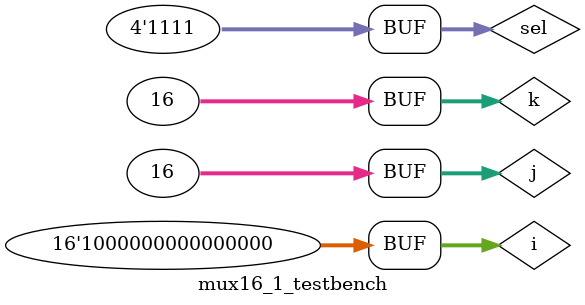
<source format=sv>
`timescale 1ps/1ps
module mux16_1(out, i, sel);
	input logic [15:0] i;
	input logic [3:0] sel;
	output logic out;
	
	logic w0, w1;
	
	mux8_1 m0 (.out(w0), .i(i[7:0]), .sel(sel[2:0]));
	mux8_1 m1 (.out(w1), .i(i[15:8]), .sel(sel[2:0]));
	mux2_1 m2 (.out, .i0(w0), .i1(w1), .sel(sel[3]));
	
endmodule

module mux16_1_testbench();
	logic [15:0] i;
	logic [3:0] sel;
	logic out;
	
	mux16_1 dut (.out, .i, .sel);
	
	integer k;
	integer j;
	initial begin
		// with gate delay of 50 ps
		// the new output from the 16x1mux has a delay of 450 ps
		// test all sel value for each bit place in the input (i)
		// there are glitches due to gate delay
		for (k=0; k<16; k++) begin
			i = 2**k; sel = 0;	#550;
			for (j=1; j<16; j++) begin
				sel = j; 			#550;
			end
										#550;
		end
	end
endmodule

</source>
